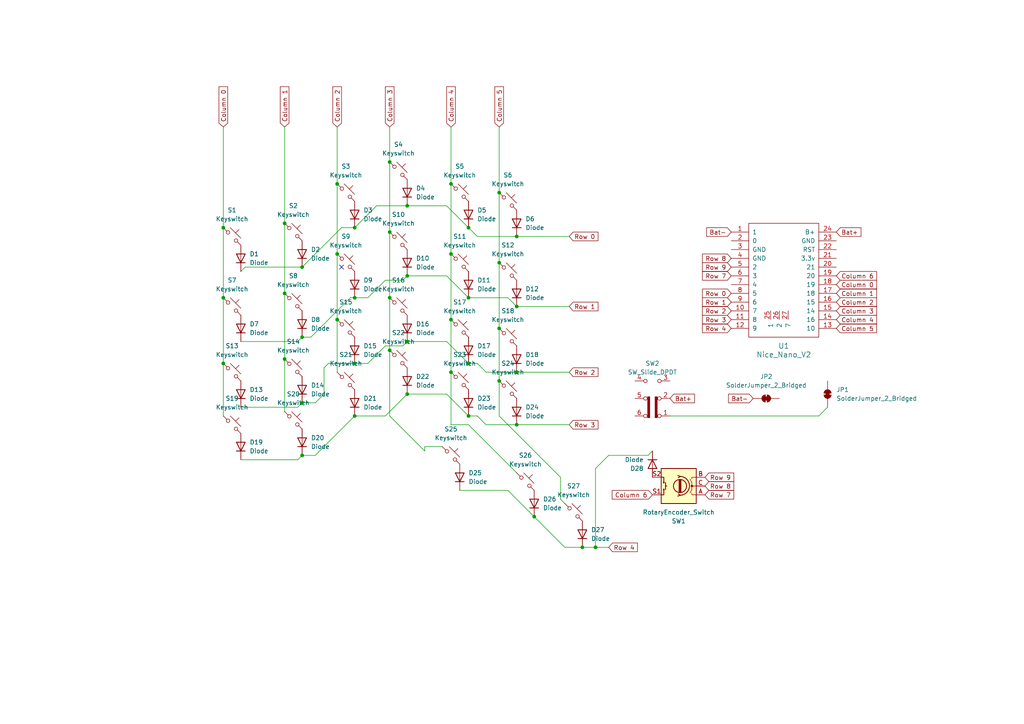
<source format=kicad_sch>
(kicad_sch (version 20231120) (generator "eeschema") (generator_version "8.0")
  (paper "A4")
  (lib_symbols
    (symbol "Device:RotaryEncoder_Switch" (pin_names (offset 0.254) hide)
      (property "Reference" "SW" (at 0 6.604 0))
      (property "Value" "RotaryEncoder_Switch" (at 0 -6.604 0))
      (symbol "RotaryEncoder_Switch_0_1"
        (rectangle (start -5.08 5.08) (end 5.08 -5.08) (stroke (width 0.254)) (fill (type background)))
        (circle (center -3.81 0) (radius 0.254) (fill (type outline)))
        (circle (center -0.381 0) (radius 1.905) (stroke (width 0.254)))
        (arc (start -0.381 2.667) (mid -3.0988 -0.0635) (end -0.381 -2.794) (stroke (width 0.254)))
        (polyline (pts (xy -0.635 -1.778) (xy -0.635 1.778)) (stroke (width 0.254)))
        (polyline (pts (xy -0.381 -1.778) (xy -0.381 1.778)) (stroke (width 0.254)))
        (polyline (pts (xy -0.127 1.778) (xy -0.127 -1.778)) (stroke (width 0.254)))
        (polyline (pts (xy 3.81 0) (xy 3.429 0)) (stroke (width 0.254)))
        (polyline (pts (xy 3.81 1.016) (xy 3.81 -1.016)) (stroke (width 0.254)))
        (polyline (pts (xy -5.08 -2.54) (xy -3.81 -2.54) (xy -3.81 -2.032)))
        (polyline (pts (xy -5.08 2.54) (xy -3.81 2.54) (xy -3.81 2.032)))
        (polyline (pts (xy 0.254 -3.048) (xy -0.508 -2.794) (xy 0.127 -2.413)) (stroke (width 0.254)))
        (polyline (pts (xy 0.254 2.921) (xy -0.508 2.667) (xy 0.127 2.286)) (stroke (width 0.254)))
        (polyline (pts (xy 5.08 -2.54) (xy 4.318 -2.54) (xy 4.318 -1.016)) (stroke (width 0.254)))
        (polyline (pts (xy 5.08 2.54) (xy 4.318 2.54) (xy 4.318 1.016)) (stroke (width 0.254)))
        (polyline (pts (xy -5.08 0) (xy -3.81 0) (xy -3.81 -1.016) (xy -3.302 -2.032)))
        (polyline (pts (xy -4.318 0) (xy -3.81 0) (xy -3.81 1.016) (xy -3.302 2.032)))
        (circle (center 4.318 -1.016) (radius 0.127) (stroke (width 0.254)))
        (circle (center 4.318 1.016) (radius 0.127) (stroke (width 0.254)))
      )
      (symbol "RotaryEncoder_Switch_1_1"
        (pin passive line (at -7.62 2.54 0) (length 2.54) (name "A") (number "A"))
        (pin passive line (at -7.62 -2.54 0) (length 2.54) (name "B") (number "B"))
        (pin passive line (at -7.62 0 0) (length 2.54) (name "C") (number "C"))
        (pin passive line (at 7.62 2.54 180) (length 2.54) (name "S1") (number "S1"))
        (pin passive line (at 7.62 -2.54 180) (length 2.54) (name "S2") (number "S2"))
      )
    )
    (symbol "Jumper:SolderJumper_2_Bridged" (pin_numbers hide) (pin_names (offset 0) hide) (exclude_from_sim yes) (in_bom no)
      (property "Reference" "JP" (at 0 2.032 0))
      (property "Value" "SolderJumper_2_Bridged" (at 0 -2.54 0))
      (symbol "SolderJumper_2_Bridged_0_1"
        (rectangle (start -0.508 0.508) (end 0.508 -0.508) (fill (type outline)))
        (arc (start -0.254 1.016) (mid -1.2656 0) (end -0.254 -1.016))
        (arc (start -0.254 1.016) (mid -1.2656 0) (end -0.254 -1.016) (fill (type outline)))
        (polyline (pts (xy -0.254 1.016) (xy -0.254 -1.016)))
        (polyline (pts (xy 0.254 1.016) (xy 0.254 -1.016)))
        (arc (start 0.254 -1.016) (mid 1.2656 0) (end 0.254 1.016))
        (arc (start 0.254 -1.016) (mid 1.2656 0) (end 0.254 1.016) (fill (type outline)))
      )
      (symbol "SolderJumper_2_Bridged_1_1"
        (pin passive line (at -3.81 0 0) (length 2.54) (name "A") (number "1"))
        (pin passive line (at 3.81 0 180) (length 2.54) (name "B") (number "2"))
      )
    )
    (symbol "ScottoKeebs:MCU_Nice_Nano_V2" (pin_names (offset 1.016))
      (property "Reference" "U" (at 0 0 0))
      (property "Value" "Nice_Nano_V2" (at 0 -19.05 0))
      (symbol "MCU_Nice_Nano_V2_0_1"
        (rectangle (start -10.16 16.51) (end 10.16 -16.51))
      )
      (symbol "MCU_Nice_Nano_V2_1_1"
        (pin input line (at -15.24 13.97 0) (length 5.08) (name "1") (number "1"))
        (pin input line (at -15.24 -8.89 0) (length 5.08) (name "7") (number "10"))
        (pin input line (at -15.24 -11.43 0) (length 5.08) (name "8") (number "11"))
        (pin input line (at -15.24 -13.97 0) (length 5.08) (name "9") (number "12"))
        (pin input line (at 15.24 -13.97 180) (length 5.08) (name "10") (number "13"))
        (pin input line (at 15.24 -11.43 180) (length 5.08) (name "16") (number "14"))
        (pin input line (at 15.24 -8.89 180) (length 5.08) (name "14") (number "15"))
        (pin input line (at 15.24 -6.35 180) (length 5.08) (name "15") (number "16"))
        (pin input line (at 15.24 -3.81 180) (length 5.08) (name "18") (number "17"))
        (pin input line (at 15.24 -1.27 180) (length 5.08) (name "19") (number "18"))
        (pin input line (at 15.24 1.27 180) (length 5.08) (name "20") (number "19"))
        (pin input line (at -15.24 11.43 0) (length 5.08) (name "0") (number "2"))
        (pin input line (at 15.24 3.81 180) (length 5.08) (name "21") (number "20"))
        (pin input line (at 15.24 6.35 180) (length 5.08) (name "3.3v") (number "21"))
        (pin input line (at 15.24 8.89 180) (length 5.08) (name "RST") (number "22"))
        (pin input line (at 15.24 11.43 180) (length 5.08) (name "GND") (number "23"))
        (pin input line (at 15.24 13.97 180) (length 5.08) (name "B+") (number "24"))
        (pin input line (at -3.81 -8.89 270) (length 2.5) (name "1") (number "25"))
        (pin input line (at -1.27 -8.89 270) (length 2.5) (name "2") (number "26"))
        (pin input line (at 1.27 -8.89 270) (length 2.5) (name "7") (number "27"))
        (pin input line (at -15.24 8.89 0) (length 5.08) (name "GND") (number "3"))
        (pin input line (at -15.24 6.35 0) (length 5.08) (name "GND") (number "4"))
        (pin input line (at -15.24 3.81 0) (length 5.08) (name "2") (number "5"))
        (pin input line (at -15.24 1.27 0) (length 5.08) (name "3") (number "6"))
        (pin input line (at -15.24 -1.27 0) (length 5.08) (name "4") (number "7"))
        (pin input line (at -15.24 -3.81 0) (length 5.08) (name "5") (number "8"))
        (pin input line (at -15.24 -6.35 0) (length 5.08) (name "6") (number "9"))
      )
    )
    (symbol "ScottoKeebs:Placeholder_Diode" (pin_numbers hide) (pin_names hide)
      (property "Reference" "D" (at 0 2.54 0))
      (property "Value" "Diode" (at 0 -2.54 0))
      (symbol "Placeholder_Diode_0_1"
        (polyline (pts (xy -1.27 1.27) (xy -1.27 -1.27)) (stroke (width 0.254)))
        (polyline (pts (xy 1.27 0) (xy -1.27 0)))
        (polyline (pts (xy 1.27 1.27) (xy 1.27 -1.27) (xy -1.27 0) (xy 1.27 1.27)) (stroke (width 0.254)))
      )
      (symbol "Placeholder_Diode_1_1"
        (pin passive line (at -3.81 0 0) (length 2.54) (name "K") (number "1"))
        (pin passive line (at 3.81 0 180) (length 2.54) (name "A") (number "2"))
      )
    )
    (symbol "ScottoKeebs:Placeholder_Keyswitch" (pin_numbers hide) (pin_names (offset 1.016) hide)
      (property "Reference" "S" (at 3.048 1.016 0))
      (property "Value" "Keyswitch" (at 0 -3.81 0))
      (symbol "Placeholder_Keyswitch_0_1"
        (circle (center -1.1684 1.1684) (radius 0.508))
        (polyline (pts (xy -0.508 2.54) (xy 2.54 -0.508)))
        (polyline (pts (xy 1.016 1.016) (xy 2.032 2.032)))
        (polyline (pts (xy -2.54 2.54) (xy -1.524 1.524) (xy -1.524 1.524)))
        (polyline (pts (xy 1.524 -1.524) (xy 2.54 -2.54) (xy 2.54 -2.54) (xy 2.54 -2.54)))
        (circle (center 1.143 -1.1938) (radius 0.508))
        (pin passive line (at -2.54 2.54 0) (length 0) (name "1") (number "1"))
        (pin passive line (at 2.54 -2.54 180) (length 0) (name "2") (number "2"))
      )
    )
    (symbol "Switch:SW_Slide_DPDT" (pin_names (offset 0) hide)
      (property "Reference" "SW" (at 0 6.858 0))
      (property "Value" "SW_Slide_DPDT" (at 0 -8.128 0))
      (symbol "SW_Slide_DPDT_0_0"
        (circle (center -2.032 -5.08) (radius 0.508))
        (circle (center -2.032 5.08) (radius 0.508))
        (circle (center 2.032 -5.08) (radius 0.508))
        (circle (center 2.032 0) (radius 0.508))
      )
      (symbol "SW_Slide_DPDT_0_1"
        (circle (center -2.032 0) (radius 0.508))
        (circle (center 2.032 5.08) (radius 0.508))
      )
      (symbol "SW_Slide_DPDT_1_1"
        (rectangle (start -1.397 5.588) (end -0.762 -0.508) (fill (type outline)))
        (rectangle (start 0.762 5.588) (end 1.397 -0.508) (fill (type outline)))
        (pin passive line (at -5.08 5.08 0) (length 2.54) (name "A") (number "1"))
        (pin passive line (at -5.08 0 0) (length 2.54) (name "B") (number "2"))
        (pin passive line (at -5.08 -5.08 0) (length 2.54) (name "C") (number "3"))
        (pin passive line (at 5.08 -5.08 180) (length 2.54) (name "A") (number "4"))
        (pin passive line (at 5.08 0 180) (length 2.54) (name "B") (number "5"))
        (pin passive line (at 5.08 5.08 180) (length 2.54) (name "C") (number "6"))
      )
    )
  )
  (junction (at 97.79 92.71))
  (junction (at 144.78 55.88))
  (junction (at 87.63 77.47))
  (junction (at 87.63 97.79))
  (junction (at 130.81 73.66))
  (junction (at 87.63 132.08))
  (junction (at 130.81 107.95))
  (junction (at 144.78 110.49))
  (junction (at 82.55 85.09))
  (junction (at 113.03 46.99))
  (junction (at 64.77 86.36))
  (junction (at 118.11 59.69))
  (junction (at 135.89 105.41))
  (junction (at 102.87 120.65))
  (junction (at 149.86 107.95))
  (junction (at 135.89 86.36))
  (junction (at 130.81 92.71))
  (junction (at 144.78 95.25))
  (junction (at 82.55 104.14))
  (junction (at 144.78 76.2))
  (junction (at 113.03 101.6))
  (junction (at 172.72 158.75))
  (junction (at 97.79 53.34))
  (junction (at 149.86 123.19))
  (junction (at 64.77 66.04))
  (junction (at 118.11 114.3))
  (junction (at 113.03 67.31))
  (junction (at 135.89 66.04))
  (junction (at 102.87 86.36))
  (junction (at 149.86 88.9))
  (junction (at 168.91 158.75))
  (junction (at 113.03 86.36))
  (junction (at 87.63 116.84))
  (junction (at 82.55 64.77))
  (junction (at 118.11 99.06))
  (junction (at 97.79 73.66))
  (junction (at 102.87 66.04))
  (junction (at 149.86 68.58))
  (junction (at 154.94 149.86))
  (junction (at 102.87 105.41))
  (junction (at 118.11 80.01))
  (junction (at 64.77 105.41))
  (junction (at 130.81 53.34))
  (junction (at 135.89 120.65))
  (no_connect (at 99.06 77.47))
  (wire (pts (xy 111.76 100.33) (xy 116.84 100.33)))
  (wire (pts (xy 64.77 105.41) (xy 64.77 120.65)))
  (wire (pts (xy 97.79 36.83) (xy 97.79 53.34)))
  (wire (pts (xy 147.32 86.36) (xy 149.86 88.9)))
  (wire (pts (xy 111.76 81.28) (xy 116.84 81.28)))
  (wire (pts (xy 102.87 120.65) (xy 111.76 120.65)))
  (wire (pts (xy 144.78 55.88) (xy 144.78 76.2)))
  (wire (pts (xy 165.1 68.58) (xy 149.86 68.58)))
  (wire (pts (xy 118.11 99.06) (xy 129.54 99.06)))
  (wire (pts (xy 123.19 129.54) (xy 128.27 129.54)))
  (wire (pts (xy 102.87 105.41) (xy 106.68 105.41)))
  (wire (pts (xy 102.87 66.04) (xy 99.06 66.04)))
  (wire (pts (xy 86.36 133.35) (xy 87.63 132.08)))
  (wire (pts (xy 113.03 36.83) (xy 113.03 46.99)))
  (wire (pts (xy 130.81 107.95) (xy 130.81 123.19)))
  (wire (pts (xy 71.12 77.47) (xy 69.85 78.74)))
  (wire (pts (xy 91.44 116.84) (xy 93.98 114.3)))
  (wire (pts (xy 144.78 76.2) (xy 144.78 95.25)))
  (wire (pts (xy 165.1 88.9) (xy 149.86 88.9)))
  (wire (pts (xy 109.22 59.69) (xy 102.87 66.04)))
  (wire (pts (xy 162.56 138.43) (xy 162.56 144.78)))
  (wire (pts (xy 118.11 59.69) (xy 129.54 59.69)))
  (wire (pts (xy 149.86 137.16) (xy 135.89 123.19)))
  (wire (pts (xy 93.98 106.68) (xy 95.25 105.41)))
  (wire (pts (xy 97.79 92.71) (xy 97.79 107.95)))
  (wire (pts (xy 162.56 144.78) (xy 163.83 146.05)))
  (wire (pts (xy 140.97 107.95) (xy 149.86 107.95)))
  (wire (pts (xy 69.85 118.11) (xy 86.36 118.11)))
  (wire (pts (xy 138.43 68.58) (xy 135.89 66.04)))
  (wire (pts (xy 163.83 158.75) (xy 168.91 158.75)))
  (wire (pts (xy 97.79 53.34) (xy 97.79 73.66)))
  (wire (pts (xy 237.49 120.65) (xy 240.03 118.11)))
  (wire (pts (xy 69.85 133.35) (xy 86.36 133.35)))
  (wire (pts (xy 149.86 68.58) (xy 138.43 68.58)))
  (wire (pts (xy 101.6 86.36) (xy 102.87 86.36)))
  (wire (pts (xy 172.72 158.75) (xy 172.72 135.89)))
  (wire (pts (xy 144.78 95.25) (xy 144.78 110.49)))
  (wire (pts (xy 194.31 120.65) (xy 237.49 120.65)))
  (wire (pts (xy 172.72 158.75) (xy 176.53 158.75)))
  (wire (pts (xy 176.53 132.08) (xy 187.96 132.08)))
  (wire (pts (xy 130.81 73.66) (xy 130.81 92.71)))
  (wire (pts (xy 133.35 142.24) (xy 147.32 142.24)))
  (wire (pts (xy 113.03 67.31) (xy 113.03 86.36)))
  (wire (pts (xy 82.55 64.77) (xy 82.55 85.09)))
  (wire (pts (xy 113.03 120.65) (xy 123.19 130.81)))
  (wire (pts (xy 82.55 36.83) (xy 82.55 64.77)))
  (wire (pts (xy 163.83 158.75) (xy 154.94 149.86)))
  (wire (pts (xy 123.19 129.54) (xy 123.19 130.81)))
  (wire (pts (xy 82.55 104.14) (xy 82.55 119.38)))
  (wire (pts (xy 165.1 123.19) (xy 149.86 123.19)))
  (wire (pts (xy 129.54 59.69) (xy 135.89 66.04)))
  (wire (pts (xy 144.78 120.65) (xy 162.56 138.43)))
  (wire (pts (xy 140.97 123.19) (xy 149.86 123.19)))
  (wire (pts (xy 64.77 36.83) (xy 64.77 66.04)))
  (wire (pts (xy 82.55 85.09) (xy 82.55 104.14)))
  (wire (pts (xy 129.54 99.06) (xy 135.89 105.41)))
  (wire (pts (xy 129.54 114.3) (xy 135.89 120.65)))
  (wire (pts (xy 147.32 142.24) (xy 154.94 149.86)))
  (wire (pts (xy 106.68 105.41) (xy 111.76 100.33)))
  (wire (pts (xy 144.78 36.83) (xy 144.78 55.88)))
  (wire (pts (xy 93.98 114.3) (xy 93.98 106.68)))
  (wire (pts (xy 135.89 120.65) (xy 138.43 120.65)))
  (wire (pts (xy 113.03 46.99) (xy 113.03 67.31)))
  (wire (pts (xy 64.77 66.04) (xy 64.77 86.36)))
  (wire (pts (xy 135.89 86.36) (xy 147.32 86.36)))
  (wire (pts (xy 87.63 77.47) (xy 71.12 77.47)))
  (wire (pts (xy 97.79 73.66) (xy 97.79 92.71)))
  (wire (pts (xy 102.87 86.36) (xy 106.68 86.36)))
  (wire (pts (xy 91.44 132.08) (xy 102.87 120.65)))
  (wire (pts (xy 165.1 107.95) (xy 149.86 107.95)))
  (wire (pts (xy 130.81 53.34) (xy 130.81 73.66)))
  (wire (pts (xy 90.17 97.79) (xy 101.6 86.36)))
  (wire (pts (xy 69.85 99.06) (xy 86.36 99.06)))
  (wire (pts (xy 130.81 92.71) (xy 130.81 107.95)))
  (wire (pts (xy 135.89 105.41) (xy 138.43 105.41)))
  (wire (pts (xy 138.43 120.65) (xy 140.97 123.19)))
  (wire (pts (xy 144.78 110.49) (xy 144.78 120.65)))
  (wire (pts (xy 86.36 99.06) (xy 87.63 97.79)))
  (wire (pts (xy 113.03 86.36) (xy 113.03 101.6)))
  (wire (pts (xy 187.96 132.08) (xy 189.23 130.81)))
  (wire (pts (xy 172.72 135.89) (xy 176.53 132.08)))
  (wire (pts (xy 113.03 101.6) (xy 113.03 120.65)))
  (wire (pts (xy 118.11 114.3) (xy 129.54 114.3)))
  (wire (pts (xy 87.63 97.79) (xy 90.17 97.79)))
  (wire (pts (xy 138.43 105.41) (xy 140.97 107.95)))
  (wire (pts (xy 64.77 86.36) (xy 64.77 105.41)))
  (wire (pts (xy 116.84 100.33) (xy 118.11 99.06)))
  (wire (pts (xy 111.76 120.65) (xy 118.11 114.3)))
  (wire (pts (xy 106.68 86.36) (xy 111.76 81.28)))
  (wire (pts (xy 87.63 132.08) (xy 91.44 132.08)))
  (wire (pts (xy 118.11 59.69) (xy 109.22 59.69)))
  (wire (pts (xy 168.91 158.75) (xy 172.72 158.75)))
  (wire (pts (xy 99.06 66.04) (xy 87.63 77.47)))
  (wire (pts (xy 129.54 80.01) (xy 135.89 86.36)))
  (wire (pts (xy 130.81 123.19) (xy 135.89 123.19)))
  (wire (pts (xy 130.81 36.83) (xy 130.81 53.34)))
  (wire (pts (xy 87.63 116.84) (xy 91.44 116.84)))
  (wire (pts (xy 118.11 80.01) (xy 129.54 80.01)))
  (wire (pts (xy 116.84 81.28) (xy 118.11 80.01)))
  (wire (pts (xy 95.25 105.41) (xy 102.87 105.41)))
  (wire (pts (xy 86.36 118.11) (xy 87.63 116.84)))
  (global_label "Row 1" (shape input) (at 165.1 88.9 0) (property "Intersheetrefs" "${INTERSHEET_REFS}" (effects (hide yes))))
  (global_label "Row 1" (shape input) (at 212.09 87.63 180) (property "Intersheetrefs" "${INTERSHEET_REFS}" (effects (hide yes))))
  (global_label "Column 4" (shape input) (at 242.57 92.71 0) (property "Intersheetrefs" "${INTERSHEET_REFS}" (effects (hide yes))))
  (global_label "Row 7" (shape input) (at 204.47 143.51 0) (property "Intersheetrefs" "${INTERSHEET_REFS}" (effects (hide yes))))
  (global_label "Row 0" (shape input) (at 165.1 68.58 0) (property "Intersheetrefs" "${INTERSHEET_REFS}" (effects (hide yes))))
  (global_label "Bat-" (shape input) (at 212.09 67.31 180) (property "Intersheetrefs" "${INTERSHEET_REFS}" (effects (hide yes))))
  (global_label "Row 4" (shape input) (at 176.53 158.75 0) (property "Intersheetrefs" "${INTERSHEET_REFS}" (effects (hide yes))))
  (global_label "Row 3" (shape input) (at 165.1 123.19 0) (property "Intersheetrefs" "${INTERSHEET_REFS}" (effects (hide yes))))
  (global_label "Column 2" (shape input) (at 97.79 36.83 90) (property "Intersheetrefs" "${INTERSHEET_REFS}" (effects (hide yes))))
  (global_label "Column 1" (shape input) (at 82.55 36.83 90) (property "Intersheetrefs" "${INTERSHEET_REFS}" (effects (hide yes))))
  (global_label "Row 9" (shape input) (at 212.09 77.47 180) (property "Intersheetrefs" "${INTERSHEET_REFS}" (effects (hide yes))))
  (global_label "Row 4" (shape input) (at 212.09 95.25 180) (property "Intersheetrefs" "${INTERSHEET_REFS}" (effects (hide yes))))
  (global_label "Column 4" (shape input) (at 130.81 36.83 90) (property "Intersheetrefs" "${INTERSHEET_REFS}" (effects (hide yes))))
  (global_label "Column 3" (shape input) (at 242.57 90.17 0) (property "Intersheetrefs" "${INTERSHEET_REFS}" (effects (hide yes))))
  (global_label "Row 2" (shape input) (at 212.09 90.17 180) (property "Intersheetrefs" "${INTERSHEET_REFS}" (effects (hide yes))))
  (global_label "Column 0" (shape input) (at 242.57 82.55 0) (property "Intersheetrefs" "${INTERSHEET_REFS}" (effects (hide yes))))
  (global_label "Row 0" (shape input) (at 212.09 85.09 180) (property "Intersheetrefs" "${INTERSHEET_REFS}" (effects (hide yes))))
  (global_label "Column 5" (shape input) (at 144.78 36.83 90) (property "Intersheetrefs" "${INTERSHEET_REFS}" (effects (hide yes))))
  (global_label "Bat+" (shape input) (at 194.31 115.57 0) (property "Intersheetrefs" "${INTERSHEET_REFS}" (effects (hide yes))))
  (global_label "Row 2" (shape input) (at 165.1 107.95 0) (property "Intersheetrefs" "${INTERSHEET_REFS}" (effects (hide yes))))
  (global_label "Column 0" (shape input) (at 64.77 36.83 90) (property "Intersheetrefs" "${INTERSHEET_REFS}" (effects (hide yes))))
  (global_label "Column 1" (shape input) (at 242.57 85.09 0) (property "Intersheetrefs" "${INTERSHEET_REFS}" (effects (hide yes))))
  (global_label "Column 2" (shape input) (at 242.57 87.63 0) (property "Intersheetrefs" "${INTERSHEET_REFS}" (effects (hide yes))))
  (global_label "Column 6" (shape input) (at 189.23 143.51 180) (property "Intersheetrefs" "${INTERSHEET_REFS}" (effects (hide yes))))
  (global_label "Row 3" (shape input) (at 212.09 92.71 180) (property "Intersheetrefs" "${INTERSHEET_REFS}" (effects (hide yes))))
  (global_label "Column 5" (shape input) (at 242.57 95.25 0) (property "Intersheetrefs" "${INTERSHEET_REFS}" (effects (hide yes))))
  (global_label "Row 7" (shape input) (at 212.09 80.01 180) (property "Intersheetrefs" "${INTERSHEET_REFS}" (effects (hide yes))))
  (global_label "Column 3" (shape input) (at 113.03 36.83 90) (property "Intersheetrefs" "${INTERSHEET_REFS}" (effects (hide yes))))
  (global_label "Row 8" (shape input) (at 212.09 74.93 180) (property "Intersheetrefs" "${INTERSHEET_REFS}" (effects (hide yes))))
  (global_label "Column 6" (shape input) (at 242.57 80.01 0) (property "Intersheetrefs" "${INTERSHEET_REFS}" (effects (hide yes))))
  (global_label "Bat-" (shape input) (at 218.44 115.57 180) (property "Intersheetrefs" "${INTERSHEET_REFS}" (effects (hide yes))))
  (global_label "Bat+" (shape input) (at 242.57 67.31 0) (property "Intersheetrefs" "${INTERSHEET_REFS}" (effects (hide yes))))
  (global_label "Row 9" (shape input) (at 204.47 138.43 0) (property "Intersheetrefs" "${INTERSHEET_REFS}" (effects (hide yes))))
  (global_label "Row 8" (shape input) (at 204.47 140.97 0) (property "Intersheetrefs" "${INTERSHEET_REFS}" (effects (hide yes))))
  (symbol (lib_id "ScottoKeebs:Placeholder_Diode") (at 102.87 82.55 90) (unit 1)
    (property "Reference" "D9" (at 105.41 81.2799 90) (effects (justify right)))
    (property "Value" "Diode" (at 105.41 83.8199 90) (effects (justify right)))
    (property "Footprint" "ScottoKeebs_Components:Diode_DO-35" (effects (hide yes)))
    (property "Description" "1N4148 (DO-35) or 1N4148W (SOD-123)" (effects (hide yes)))
    (property "Sim.Device" "D" (effects (hide yes)))
    (property "Sim.Pins" "1=K 2=A" (effects (hide yes)))
  )
  (symbol (lib_id "ScottoKeebs:Placeholder_Diode") (at 154.94 146.05 90) (unit 1)
    (property "Reference" "D26" (at 157.48 144.7799 90) (effects (justify right)))
    (property "Value" "Diode" (at 157.48 147.3199 90) (effects (justify right)))
    (property "Footprint" "ScottoKeebs_Components:Diode_DO-35" (effects (hide yes)))
    (property "Description" "1N4148 (DO-35) or 1N4148W (SOD-123)" (effects (hide yes)))
    (property "Sim.Device" "D" (effects (hide yes)))
    (property "Sim.Pins" "1=K 2=A" (effects (hide yes)))
  )
  (symbol (lib_id "ScottoKeebs:Placeholder_Keyswitch") (at 85.09 67.31 0) (unit 1)
    (property "Reference" "S2" (at 85.09 59.69 0))
    (property "Value" "Keyswitch" (at 85.09 62.23 0))
    (property "Footprint" "ScottoKeebs_Hotswap:Hotswap_Choc_V1" (effects (hide yes)))
    (property "Description" "Push button switch, normally open, two pins, 45° tilted" (effects (hide yes)))
  )
  (symbol (lib_id "ScottoKeebs:Placeholder_Diode") (at 118.11 110.49 90) (unit 1)
    (property "Reference" "D22" (at 120.65 109.2199 90) (effects (justify right)))
    (property "Value" "Diode" (at 120.65 111.7599 90) (effects (justify right)))
    (property "Footprint" "ScottoKeebs_Components:Diode_DO-35" (effects (hide yes)))
    (property "Description" "1N4148 (DO-35) or 1N4148W (SOD-123)" (effects (hide yes)))
    (property "Sim.Device" "D" (effects (hide yes)))
    (property "Sim.Pins" "1=K 2=A" (effects (hide yes)))
  )
  (symbol (lib_id "ScottoKeebs:Placeholder_Keyswitch") (at 100.33 110.49 0) (unit 1)
    (property "Reference" "S21" (at 100.33 102.87 0))
    (property "Value" "Keyswitch" (at 100.33 105.41 0))
    (property "Footprint" "ScottoKeebs_Hotswap:Hotswap_Choc_V1" (effects (hide yes)))
    (property "Description" "Push button switch, normally open, two pins, 45° tilted" (effects (hide yes)))
  )
  (symbol (lib_id "Jumper:SolderJumper_2_Bridged") (at 222.25 115.57 0) (unit 1) (exclude_from_sim yes) (in_bom no)
    (property "Reference" "JP2" (at 222.25 109.22 0))
    (property "Value" "SolderJumper_2_Bridged" (at 222.25 111.76 0))
    (property "Footprint" "ScottoKeebs_Miscellaneous:solderpadv2" (effects (hide yes)))
    (property "Description" "Solder Jumper, 2-pole, closed/bridged" (effects (hide yes)))
  )
  (symbol (lib_id "ScottoKeebs:Placeholder_Keyswitch") (at 115.57 88.9 0) (unit 1)
    (property "Reference" "S16" (at 115.57 81.28 0))
    (property "Value" "Keyswitch" (at 115.57 83.82 0))
    (property "Footprint" "ScottoKeebs_Hotswap:Hotswap_Choc_V1" (effects (hide yes)))
    (property "Description" "Push button switch, normally open, two pins, 45° tilted" (effects (hide yes)))
  )
  (symbol (lib_id "ScottoKeebs:Placeholder_Diode") (at 87.63 93.98 90) (unit 1)
    (property "Reference" "D8" (at 90.17 92.7099 90) (effects (justify right)))
    (property "Value" "Diode" (at 90.17 95.2499 90) (effects (justify right)))
    (property "Footprint" "ScottoKeebs_Components:Diode_DO-35" (effects (hide yes)))
    (property "Description" "1N4148 (DO-35) or 1N4148W (SOD-123)" (effects (hide yes)))
    (property "Sim.Device" "D" (effects (hide yes)))
    (property "Sim.Pins" "1=K 2=A" (effects (hide yes)))
  )
  (symbol (lib_id "Jumper:SolderJumper_2_Bridged") (at 240.03 114.3 90) (unit 1) (exclude_from_sim yes) (in_bom no)
    (property "Reference" "JP1" (at 242.57 113.0299 90) (effects (justify right)))
    (property "Value" "SolderJumper_2_Bridged" (at 242.57 115.5699 90) (effects (justify right)))
    (property "Footprint" "ScottoKeebs_Miscellaneous:solderpadv2" (effects (hide yes)))
    (property "Description" "Solder Jumper, 2-pole, closed/bridged" (effects (hide yes)))
  )
  (symbol (lib_id "ScottoKeebs:Placeholder_Diode") (at 87.63 128.27 90) (unit 1)
    (property "Reference" "D20" (at 90.17 126.9999 90) (effects (justify right)))
    (property "Value" "Diode" (at 90.17 129.5399 90) (effects (justify right)))
    (property "Footprint" "ScottoKeebs_Components:Diode_DO-35" (effects (hide yes)))
    (property "Description" "1N4148 (DO-35) or 1N4148W (SOD-123)" (effects (hide yes)))
    (property "Sim.Device" "D" (effects (hide yes)))
    (property "Sim.Pins" "1=K 2=A" (effects (hide yes)))
  )
  (symbol (lib_id "ScottoKeebs:Placeholder_Diode") (at 69.85 74.93 90) (unit 1)
    (property "Reference" "D1" (at 72.39 73.6599 90) (effects (justify right)))
    (property "Value" "Diode" (at 72.39 76.1999 90) (effects (justify right)))
    (property "Footprint" "ScottoKeebs_Components:Diode_DO-35" (effects (hide yes)))
    (property "Description" "1N4148 (DO-35) or 1N4148W (SOD-123)" (effects (hide yes)))
    (property "Sim.Device" "D" (effects (hide yes)))
    (property "Sim.Pins" "1=K 2=A" (effects (hide yes)))
  )
  (symbol (lib_id "ScottoKeebs:Placeholder_Diode") (at 135.89 116.84 90) (unit 1)
    (property "Reference" "D23" (at 138.43 115.5699 90) (effects (justify right)))
    (property "Value" "Diode" (at 138.43 118.1099 90) (effects (justify right)))
    (property "Footprint" "ScottoKeebs_Components:Diode_DO-35" (effects (hide yes)))
    (property "Description" "1N4148 (DO-35) or 1N4148W (SOD-123)" (effects (hide yes)))
    (property "Sim.Device" "D" (effects (hide yes)))
    (property "Sim.Pins" "1=K 2=A" (effects (hide yes)))
  )
  (symbol (lib_id "ScottoKeebs:Placeholder_Diode") (at 135.89 101.6 90) (unit 1)
    (property "Reference" "D17" (at 138.43 100.3299 90) (effects (justify right)))
    (property "Value" "Diode" (at 138.43 102.8699 90) (effects (justify right)))
    (property "Footprint" "ScottoKeebs_Components:Diode_DO-35" (effects (hide yes)))
    (property "Description" "1N4148 (DO-35) or 1N4148W (SOD-123)" (effects (hide yes)))
    (property "Sim.Device" "D" (effects (hide yes)))
    (property "Sim.Pins" "1=K 2=A" (effects (hide yes)))
  )
  (symbol (lib_id "ScottoKeebs:Placeholder_Keyswitch") (at 67.31 107.95 0) (unit 1)
    (property "Reference" "S13" (at 67.31 100.33 0))
    (property "Value" "Keyswitch" (at 67.31 102.87 0))
    (property "Footprint" "ScottoKeebs_Hotswap:Hotswap_Choc_V1" (effects (hide yes)))
    (property "Description" "Push button switch, normally open, two pins, 45° tilted" (effects (hide yes)))
  )
  (symbol (lib_id "ScottoKeebs:Placeholder_Keyswitch") (at 115.57 69.85 0) (unit 1)
    (property "Reference" "S10" (at 115.57 62.23 0))
    (property "Value" "Keyswitch" (at 115.57 64.77 0))
    (property "Footprint" "ScottoKeebs_Hotswap:Hotswap_Choc_V1" (effects (hide yes)))
    (property "Description" "Push button switch, normally open, two pins, 45° tilted" (effects (hide yes)))
  )
  (symbol (lib_id "ScottoKeebs:Placeholder_Diode") (at 102.87 101.6 90) (unit 1)
    (property "Reference" "D15" (at 105.41 100.3299 90) (effects (justify right)))
    (property "Value" "Diode" (at 105.41 102.8699 90) (effects (justify right)))
    (property "Footprint" "ScottoKeebs_Components:Diode_DO-35" (effects (hide yes)))
    (property "Description" "1N4148 (DO-35) or 1N4148W (SOD-123)" (effects (hide yes)))
    (property "Sim.Device" "D" (effects (hide yes)))
    (property "Sim.Pins" "1=K 2=A" (effects (hide yes)))
  )
  (symbol (lib_id "ScottoKeebs:Placeholder_Diode") (at 102.87 116.84 90) (unit 1)
    (property "Reference" "D21" (at 105.41 115.5699 90) (effects (justify right)))
    (property "Value" "Diode" (at 105.41 118.1099 90) (effects (justify right)))
    (property "Footprint" "ScottoKeebs_Components:Diode_DO-35" (effects (hide yes)))
    (property "Description" "1N4148 (DO-35) or 1N4148W (SOD-123)" (effects (hide yes)))
    (property "Sim.Device" "D" (effects (hide yes)))
    (property "Sim.Pins" "1=K 2=A" (effects (hide yes)))
  )
  (symbol (lib_id "ScottoKeebs:Placeholder_Diode") (at 118.11 55.88 90) (unit 1)
    (property "Reference" "D4" (at 120.65 54.6099 90) (effects (justify right)))
    (property "Value" "Diode" (at 120.65 57.1499 90) (effects (justify right)))
    (property "Footprint" "ScottoKeebs_Components:Diode_DO-35" (effects (hide yes)))
    (property "Description" "1N4148 (DO-35) or 1N4148W (SOD-123)" (effects (hide yes)))
    (property "Sim.Device" "D" (effects (hide yes)))
    (property "Sim.Pins" "1=K 2=A" (effects (hide yes)))
  )
  (symbol (lib_id "ScottoKeebs:Placeholder_Keyswitch") (at 133.35 55.88 0) (unit 1)
    (property "Reference" "S5" (at 133.35 48.26 0))
    (property "Value" "Keyswitch" (at 133.35 50.8 0))
    (property "Footprint" "ScottoKeebs_Hotswap:Hotswap_Choc_V1" (effects (hide yes)))
    (property "Description" "Push button switch, normally open, two pins, 45° tilted" (effects (hide yes)))
  )
  (symbol (lib_id "ScottoKeebs:Placeholder_Keyswitch") (at 85.09 121.92 0) (unit 1)
    (property "Reference" "S20" (at 85.09 114.3 0))
    (property "Value" "Keyswitch" (at 85.09 116.84 0))
    (property "Footprint" "ScottoKeebs_Hotswap:Hotswap_Choc_V1" (effects (hide yes)))
    (property "Description" "Push button switch, normally open, two pins, 45° tilted" (effects (hide yes)))
  )
  (symbol (lib_id "ScottoKeebs:Placeholder_Diode") (at 102.87 62.23 90) (unit 1)
    (property "Reference" "D3" (at 105.41 60.9599 90) (effects (justify right)))
    (property "Value" "Diode" (at 105.41 63.4999 90) (effects (justify right)))
    (property "Footprint" "ScottoKeebs_Components:Diode_DO-35" (effects (hide yes)))
    (property "Description" "1N4148 (DO-35) or 1N4148W (SOD-123)" (effects (hide yes)))
    (property "Sim.Device" "D" (effects (hide yes)))
    (property "Sim.Pins" "1=K 2=A" (effects (hide yes)))
  )
  (symbol (lib_id "ScottoKeebs:Placeholder_Keyswitch") (at 133.35 95.25 0) (unit 1)
    (property "Reference" "S17" (at 133.35 87.63 0))
    (property "Value" "Keyswitch" (at 133.35 90.17 0))
    (property "Footprint" "ScottoKeebs_Hotswap:Hotswap_Choc_V1" (effects (hide yes)))
    (property "Description" "Push button switch, normally open, two pins, 45° tilted" (effects (hide yes)))
  )
  (symbol (lib_id "ScottoKeebs:Placeholder_Keyswitch") (at 115.57 49.53 0) (unit 1)
    (property "Reference" "S4" (at 115.57 41.91 0))
    (property "Value" "Keyswitch" (at 115.57 44.45 0))
    (property "Footprint" "ScottoKeebs_Hotswap:Hotswap_Choc_V1" (effects (hide yes)))
    (property "Description" "Push button switch, normally open, two pins, 45° tilted" (effects (hide yes)))
  )
  (symbol (lib_id "ScottoKeebs:Placeholder_Diode") (at 189.23 134.62 270) (unit 1)
    (property "Reference" "D28" (at 186.69 135.8901 90) (effects (justify right)))
    (property "Value" "Diode" (at 186.69 133.3501 90) (effects (justify right)))
    (property "Footprint" "ScottoKeebs_Components:Diode_DO-35" (effects (hide yes)))
    (property "Description" "1N4148 (DO-35) or 1N4148W (SOD-123)" (effects (hide yes)))
    (property "Sim.Device" "D" (effects (hide yes)))
    (property "Sim.Pins" "1=K 2=A" (effects (hide yes)))
  )
  (symbol (lib_id "ScottoKeebs:Placeholder_Keyswitch") (at 147.32 113.03 0) (unit 1)
    (property "Reference" "S24" (at 147.32 105.41 0))
    (property "Value" "Keyswitch" (at 147.32 107.95 0))
    (property "Footprint" "ScottoKeebs_Hotswap:Hotswap_Choc_V1" (effects (hide yes)))
    (property "Description" "Push button switch, normally open, two pins, 45° tilted" (effects (hide yes)))
  )
  (symbol (lib_id "ScottoKeebs:Placeholder_Keyswitch") (at 85.09 87.63 0) (unit 1)
    (property "Reference" "S8" (at 85.09 80.01 0))
    (property "Value" "Keyswitch" (at 85.09 82.55 0))
    (property "Footprint" "ScottoKeebs_Hotswap:Hotswap_Choc_V1" (effects (hide yes)))
    (property "Description" "Push button switch, normally open, two pins, 45° tilted" (effects (hide yes)))
  )
  (symbol (lib_id "ScottoKeebs:Placeholder_Diode") (at 168.91 154.94 90) (unit 1)
    (property "Reference" "D27" (at 171.45 153.6699 90) (effects (justify right)))
    (property "Value" "Diode" (at 171.45 156.2099 90) (effects (justify right)))
    (property "Footprint" "ScottoKeebs_Components:Diode_DO-35" (effects (hide yes)))
    (property "Description" "1N4148 (DO-35) or 1N4148W (SOD-123)" (effects (hide yes)))
    (property "Sim.Device" "D" (effects (hide yes)))
    (property "Sim.Pins" "1=K 2=A" (effects (hide yes)))
  )
  (symbol (lib_id "ScottoKeebs:Placeholder_Keyswitch") (at 166.37 148.59 0) (unit 1)
    (property "Reference" "S27" (at 166.37 140.97 0))
    (property "Value" "Keyswitch" (at 166.37 143.51 0))
    (property "Footprint" "ScottoKeebs_Hotswap:Hotswap_Choc_V1" (effects (hide yes)))
    (property "Description" "Push button switch, normally open, two pins, 45° tilted" (effects (hide yes)))
  )
  (symbol (lib_id "ScottoKeebs:Placeholder_Keyswitch") (at 152.4 139.7 0) (unit 1)
    (property "Reference" "S26" (at 152.4 132.08 0))
    (property "Value" "Keyswitch" (at 152.4 134.62 0))
    (property "Footprint" "ScottoKeebs_Hotswap:Hotswap_Choc_V1" (effects (hide yes)))
    (property "Description" "Push button switch, normally open, two pins, 45° tilted" (effects (hide yes)))
  )
  (symbol (lib_id "ScottoKeebs:Placeholder_Diode") (at 133.35 138.43 90) (unit 1)
    (property "Reference" "D25" (at 135.89 137.1599 90) (effects (justify right)))
    (property "Value" "Diode" (at 135.89 139.6999 90) (effects (justify right)))
    (property "Footprint" "ScottoKeebs_Components:Diode_DO-35" (effects (hide yes)))
    (property "Description" "1N4148 (DO-35) or 1N4148W (SOD-123)" (effects (hide yes)))
    (property "Sim.Device" "D" (effects (hide yes)))
    (property "Sim.Pins" "1=K 2=A" (effects (hide yes)))
  )
  (symbol (lib_id "ScottoKeebs:Placeholder_Keyswitch") (at 147.32 78.74 0) (unit 1)
    (property "Reference" "S12" (at 147.32 71.12 0))
    (property "Value" "Keyswitch" (at 147.32 73.66 0))
    (property "Footprint" "ScottoKeebs_Hotswap:Hotswap_Choc_V1" (effects (hide yes)))
    (property "Description" "Push button switch, normally open, two pins, 45° tilted" (effects (hide yes)))
  )
  (symbol (lib_id "ScottoKeebs:Placeholder_Keyswitch") (at 133.35 76.2 0) (unit 1)
    (property "Reference" "S11" (at 133.35 68.58 0))
    (property "Value" "Keyswitch" (at 133.35 71.12 0))
    (property "Footprint" "ScottoKeebs_Hotswap:Hotswap_Choc_V1" (effects (hide yes)))
    (property "Description" "Push button switch, normally open, two pins, 45° tilted" (effects (hide yes)))
  )
  (symbol (lib_id "Switch:SW_Slide_DPDT") (at 189.23 115.57 180) (unit 1)
    (property "Reference" "SW2" (at 189.23 105.41 0))
    (property "Value" "SW_Slide_DPDT" (at 189.23 107.95 0))
    (property "Footprint" "Button_Switch_THT:SW_Slide-03_Wuerth-WS-SLTV_10x2.5x6.4_P2.54mm" (effects (hide yes)))
    (property "Description" "Slide Switch, dual pole double throw" (effects (hide yes)))
  )
  (symbol (lib_id "Device:RotaryEncoder_Switch") (at 196.85 140.97 180) (unit 1)
    (property "Reference" "SW1" (at 196.85 151.13 0))
    (property "Value" "RotaryEncoder_Switch" (at 196.85 148.59 0))
    (property "Footprint" "ScottoKeebs_Scotto:Encoder_EC11_MX" (effects (hide yes)))
    (property "Description" "Rotary encoder, dual channel, incremental quadrate outputs, with switch" (effects (hide yes)))
  )
  (symbol (lib_id "ScottoKeebs:Placeholder_Keyswitch") (at 130.81 132.08 0) (unit 1)
    (property "Reference" "S25" (at 130.81 124.46 0))
    (property "Value" "Keyswitch" (at 130.81 127 0))
    (property "Footprint" "ScottoKeebs_Hotswap:Hotswap_Choc_V1" (effects (hide yes)))
    (property "Description" "Push button switch, normally open, two pins, 45° tilted" (effects (hide yes)))
  )
  (symbol (lib_id "ScottoKeebs:Placeholder_Diode") (at 149.86 85.09 90) (unit 1)
    (property "Reference" "D12" (at 152.4 83.8199 90) (effects (justify right)))
    (property "Value" "Diode" (at 152.4 86.3599 90) (effects (justify right)))
    (property "Footprint" "ScottoKeebs_Components:Diode_DO-35" (effects (hide yes)))
    (property "Description" "1N4148 (DO-35) or 1N4148W (SOD-123)" (effects (hide yes)))
    (property "Sim.Device" "D" (effects (hide yes)))
    (property "Sim.Pins" "1=K 2=A" (effects (hide yes)))
  )
  (symbol (lib_id "ScottoKeebs:Placeholder_Keyswitch") (at 133.35 110.49 0) (unit 1)
    (property "Reference" "S23" (at 133.35 102.87 0))
    (property "Value" "Keyswitch" (at 133.35 105.41 0))
    (property "Footprint" "ScottoKeebs_Hotswap:Hotswap_Choc_V1" (effects (hide yes)))
    (property "Description" "Push button switch, normally open, two pins, 45° tilted" (effects (hide yes)))
  )
  (symbol (lib_id "ScottoKeebs:Placeholder_Keyswitch") (at 100.33 95.25 0) (unit 1)
    (property "Reference" "S15" (at 100.33 87.63 0))
    (property "Value" "Keyswitch" (at 100.33 90.17 0))
    (property "Footprint" "ScottoKeebs_Hotswap:Hotswap_Choc_V1" (effects (hide yes)))
    (property "Description" "Push button switch, normally open, two pins, 45° tilted" (effects (hide yes)))
  )
  (symbol (lib_id "ScottoKeebs:Placeholder_Keyswitch") (at 115.57 104.14 0) (unit 1)
    (property "Reference" "S22" (at 115.57 96.52 0))
    (property "Value" "Keyswitch" (at 115.57 99.06 0))
    (property "Footprint" "ScottoKeebs_Hotswap:Hotswap_Choc_V1" (effects (hide yes)))
    (property "Description" "Push button switch, normally open, two pins, 45° tilted" (effects (hide yes)))
  )
  (symbol (lib_id "ScottoKeebs:Placeholder_Diode") (at 135.89 82.55 90) (unit 1)
    (property "Reference" "D11" (at 138.43 81.2799 90) (effects (justify right)))
    (property "Value" "Diode" (at 138.43 83.8199 90) (effects (justify right)))
    (property "Footprint" "ScottoKeebs_Components:Diode_DO-35" (effects (hide yes)))
    (property "Description" "1N4148 (DO-35) or 1N4148W (SOD-123)" (effects (hide yes)))
    (property "Sim.Device" "D" (effects (hide yes)))
    (property "Sim.Pins" "1=K 2=A" (effects (hide yes)))
  )
  (symbol (lib_id "ScottoKeebs:Placeholder_Diode") (at 69.85 114.3 90) (unit 1)
    (property "Reference" "D13" (at 72.39 113.0299 90) (effects (justify right)))
    (property "Value" "Diode" (at 72.39 115.5699 90) (effects (justify right)))
    (property "Footprint" "ScottoKeebs_Components:Diode_DO-35" (effects (hide yes)))
    (property "Description" "1N4148 (DO-35) or 1N4148W (SOD-123)" (effects (hide yes)))
    (property "Sim.Device" "D" (effects (hide yes)))
    (property "Sim.Pins" "1=K 2=A" (effects (hide yes)))
  )
  (symbol (lib_id "ScottoKeebs:MCU_Nice_Nano_V2") (at 227.33 81.28 0) (unit 1)
    (property "Reference" "U1" (at 227.33 100.33 0) (effects (font (size 1.524 1.524))))
    (property "Value" "Nice_Nano_V2" (at 227.33 102.87 0) (effects (font (size 1.524 1.524))))
    (property "Footprint" "ScottoKeebs_MCU:Nice_Nano_V2" (effects (hide yes)))
  )
  (symbol (lib_id "ScottoKeebs:Placeholder_Diode") (at 118.11 95.25 90) (unit 1)
    (property "Reference" "D16" (at 120.65 93.9799 90) (effects (justify right)))
    (property "Value" "Diode" (at 120.65 96.5199 90) (effects (justify right)))
    (property "Footprint" "ScottoKeebs_Components:Diode_DO-35" (effects (hide yes)))
    (property "Description" "1N4148 (DO-35) or 1N4148W (SOD-123)" (effects (hide yes)))
    (property "Sim.Device" "D" (effects (hide yes)))
    (property "Sim.Pins" "1=K 2=A" (effects (hide yes)))
  )
  (symbol (lib_id "ScottoKeebs:Placeholder_Keyswitch") (at 67.31 123.19 0) (unit 1)
    (property "Reference" "S19" (at 67.31 115.57 0))
    (property "Value" "Keyswitch" (at 67.31 118.11 0))
    (property "Footprint" "ScottoKeebs_Hotswap:Hotswap_Choc_V1" (effects (hide yes)))
    (property "Description" "Push button switch, normally open, two pins, 45° tilted" (effects (hide yes)))
  )
  (symbol (lib_id "ScottoKeebs:Placeholder_Diode") (at 149.86 64.77 90) (unit 1)
    (property "Reference" "D6" (at 152.4 63.4999 90) (effects (justify right)))
    (property "Value" "Diode" (at 152.4 66.0399 90) (effects (justify right)))
    (property "Footprint" "ScottoKeebs_Components:Diode_DO-35" (effects (hide yes)))
    (property "Description" "1N4148 (DO-35) or 1N4148W (SOD-123)" (effects (hide yes)))
    (property "Sim.Device" "D" (effects (hide yes)))
    (property "Sim.Pins" "1=K 2=A" (effects (hide yes)))
  )
  (symbol (lib_id "ScottoKeebs:Placeholder_Keyswitch") (at 100.33 76.2 0) (unit 1)
    (property "Reference" "S9" (at 100.33 68.58 0))
    (property "Value" "Keyswitch" (at 100.33 71.12 0))
    (property "Footprint" "ScottoKeebs_Hotswap:Hotswap_Choc_V1" (effects (hide yes)))
    (property "Description" "Push button switch, normally open, two pins, 45° tilted" (effects (hide yes)))
  )
  (symbol (lib_id "ScottoKeebs:Placeholder_Diode") (at 87.63 73.66 90) (unit 1)
    (property "Reference" "D2" (at 90.17 72.3899 90) (effects (justify right)))
    (property "Value" "Diode" (at 90.17 74.9299 90) (effects (justify right)))
    (property "Footprint" "ScottoKeebs_Components:Diode_DO-35" (effects (hide yes)))
    (property "Description" "1N4148 (DO-35) or 1N4148W (SOD-123)" (effects (hide yes)))
    (property "Sim.Device" "D" (effects (hide yes)))
    (property "Sim.Pins" "1=K 2=A" (effects (hide yes)))
  )
  (symbol (lib_id "ScottoKeebs:Placeholder_Diode") (at 135.89 62.23 90) (unit 1)
    (property "Reference" "D5" (at 138.43 60.9599 90) (effects (justify right)))
    (property "Value" "Diode" (at 138.43 63.4999 90) (effects (justify right)))
    (property "Footprint" "ScottoKeebs_Components:Diode_DO-35" (effects (hide yes)))
    (property "Description" "1N4148 (DO-35) or 1N4148W (SOD-123)" (effects (hide yes)))
    (property "Sim.Device" "D" (effects (hide yes)))
    (property "Sim.Pins" "1=K 2=A" (effects (hide yes)))
  )
  (symbol (lib_id "ScottoKeebs:Placeholder_Keyswitch") (at 147.32 58.42 0) (unit 1)
    (property "Reference" "S6" (at 147.32 50.8 0))
    (property "Value" "Keyswitch" (at 147.32 53.34 0))
    (property "Footprint" "ScottoKeebs_Hotswap:Hotswap_Choc_V1" (effects (hide yes)))
    (property "Description" "Push button switch, normally open, two pins, 45° tilted" (effects (hide yes)))
  )
  (symbol (lib_id "ScottoKeebs:Placeholder_Diode") (at 69.85 95.25 90) (unit 1)
    (property "Reference" "D7" (at 72.39 93.9799 90) (effects (justify right)))
    (property "Value" "Diode" (at 72.39 96.5199 90) (effects (justify right)))
    (property "Footprint" "ScottoKeebs_Components:Diode_DO-35" (effects (hide yes)))
    (property "Description" "1N4148 (DO-35) or 1N4148W (SOD-123)" (effects (hide yes)))
    (property "Sim.Device" "D" (effects (hide yes)))
    (property "Sim.Pins" "1=K 2=A" (effects (hide yes)))
  )
  (symbol (lib_id "ScottoKeebs:Placeholder_Keyswitch") (at 100.33 55.88 0) (unit 1)
    (property "Reference" "S3" (at 100.33 48.26 0))
    (property "Value" "Keyswitch" (at 100.33 50.8 0))
    (property "Footprint" "ScottoKeebs_Hotswap:Hotswap_Choc_V1" (effects (hide yes)))
    (property "Description" "Push button switch, normally open, two pins, 45° tilted" (effects (hide yes)))
  )
  (symbol (lib_id "ScottoKeebs:Placeholder_Diode") (at 87.63 113.03 90) (unit 1)
    (property "Reference" "D14" (at 90.17 111.7599 90) (effects (justify right)))
    (property "Value" "Diode" (at 90.17 114.2999 90) (effects (justify right)))
    (property "Footprint" "ScottoKeebs_Components:Diode_DO-35" (effects (hide yes)))
    (property "Description" "1N4148 (DO-35) or 1N4148W (SOD-123)" (effects (hide yes)))
    (property "Sim.Device" "D" (effects (hide yes)))
    (property "Sim.Pins" "1=K 2=A" (effects (hide yes)))
  )
  (symbol (lib_id "ScottoKeebs:Placeholder_Diode") (at 118.11 76.2 90) (unit 1)
    (property "Reference" "D10" (at 120.65 74.9299 90) (effects (justify right)))
    (property "Value" "Diode" (at 120.65 77.4699 90) (effects (justify right)))
    (property "Footprint" "ScottoKeebs_Components:Diode_DO-35" (effects (hide yes)))
    (property "Description" "1N4148 (DO-35) or 1N4148W (SOD-123)" (effects (hide yes)))
    (property "Sim.Device" "D" (effects (hide yes)))
    (property "Sim.Pins" "1=K 2=A" (effects (hide yes)))
  )
  (symbol (lib_id "ScottoKeebs:Placeholder_Keyswitch") (at 85.09 106.68 0) (unit 1)
    (property "Reference" "S14" (at 85.09 99.06 0))
    (property "Value" "Keyswitch" (at 85.09 101.6 0))
    (property "Footprint" "ScottoKeebs_Hotswap:Hotswap_Choc_V1" (effects (hide yes)))
    (property "Description" "Push button switch, normally open, two pins, 45° tilted" (effects (hide yes)))
  )
  (symbol (lib_id "ScottoKeebs:Placeholder_Keyswitch") (at 67.31 88.9 0) (unit 1)
    (property "Reference" "S7" (at 67.31 81.28 0))
    (property "Value" "Keyswitch" (at 67.31 83.82 0))
    (property "Footprint" "ScottoKeebs_Hotswap:Hotswap_Choc_V1" (effects (hide yes)))
    (property "Description" "Push button switch, normally open, two pins, 45° tilted" (effects (hide yes)))
  )
  (symbol (lib_id "ScottoKeebs:Placeholder_Diode") (at 149.86 119.38 90) (unit 1)
    (property "Reference" "D24" (at 152.4 118.1099 90) (effects (justify right)))
    (property "Value" "Diode" (at 152.4 120.6499 90) (effects (justify right)))
    (property "Footprint" "ScottoKeebs_Components:Diode_DO-35" (effects (hide yes)))
    (property "Description" "1N4148 (DO-35) or 1N4148W (SOD-123)" (effects (hide yes)))
    (property "Sim.Device" "D" (effects (hide yes)))
    (property "Sim.Pins" "1=K 2=A" (effects (hide yes)))
  )
  (symbol (lib_id "ScottoKeebs:Placeholder_Keyswitch") (at 67.31 68.58 0) (unit 1)
    (property "Reference" "S1" (at 67.31 60.96 0))
    (property "Value" "Keyswitch" (at 67.31 63.5 0))
    (property "Footprint" "ScottoKeebs_Hotswap:Hotswap_Choc_V1" (effects (hide yes)))
    (property "Description" "Push button switch, normally open, two pins, 45° tilted" (effects (hide yes)))
  )
  (symbol (lib_id "ScottoKeebs:Placeholder_Diode") (at 69.85 129.54 90) (unit 1)
    (property "Reference" "D19" (at 72.39 128.2699 90) (effects (justify right)))
    (property "Value" "Diode" (at 72.39 130.8099 90) (effects (justify right)))
    (property "Footprint" "ScottoKeebs_Components:Diode_DO-35" (effects (hide yes)))
    (property "Description" "1N4148 (DO-35) or 1N4148W (SOD-123)" (effects (hide yes)))
    (property "Sim.Device" "D" (effects (hide yes)))
    (property "Sim.Pins" "1=K 2=A" (effects (hide yes)))
  )
  (symbol (lib_id "ScottoKeebs:Placeholder_Diode") (at 149.86 104.14 90) (unit 1)
    (property "Reference" "D18" (at 152.4 102.8699 90) (effects (justify right)))
    (property "Value" "Diode" (at 152.4 105.4099 90) (effects (justify right)))
    (property "Footprint" "ScottoKeebs_Components:Diode_DO-35" (effects (hide yes)))
    (property "Description" "1N4148 (DO-35) or 1N4148W (SOD-123)" (effects (hide yes)))
    (property "Sim.Device" "D" (effects (hide yes)))
    (property "Sim.Pins" "1=K 2=A" (effects (hide yes)))
  )
  (symbol (lib_id "ScottoKeebs:Placeholder_Keyswitch") (at 147.32 97.79 0) (unit 1)
    (property "Reference" "S18" (at 147.32 90.17 0))
    (property "Value" "Keyswitch" (at 147.32 92.71 0))
    (property "Footprint" "ScottoKeebs_Hotswap:Hotswap_Choc_V1" (effects (hide yes)))
    (property "Description" "Push button switch, normally open, two pins, 45° tilted" (effects (hide yes)))
  )
)
</source>
